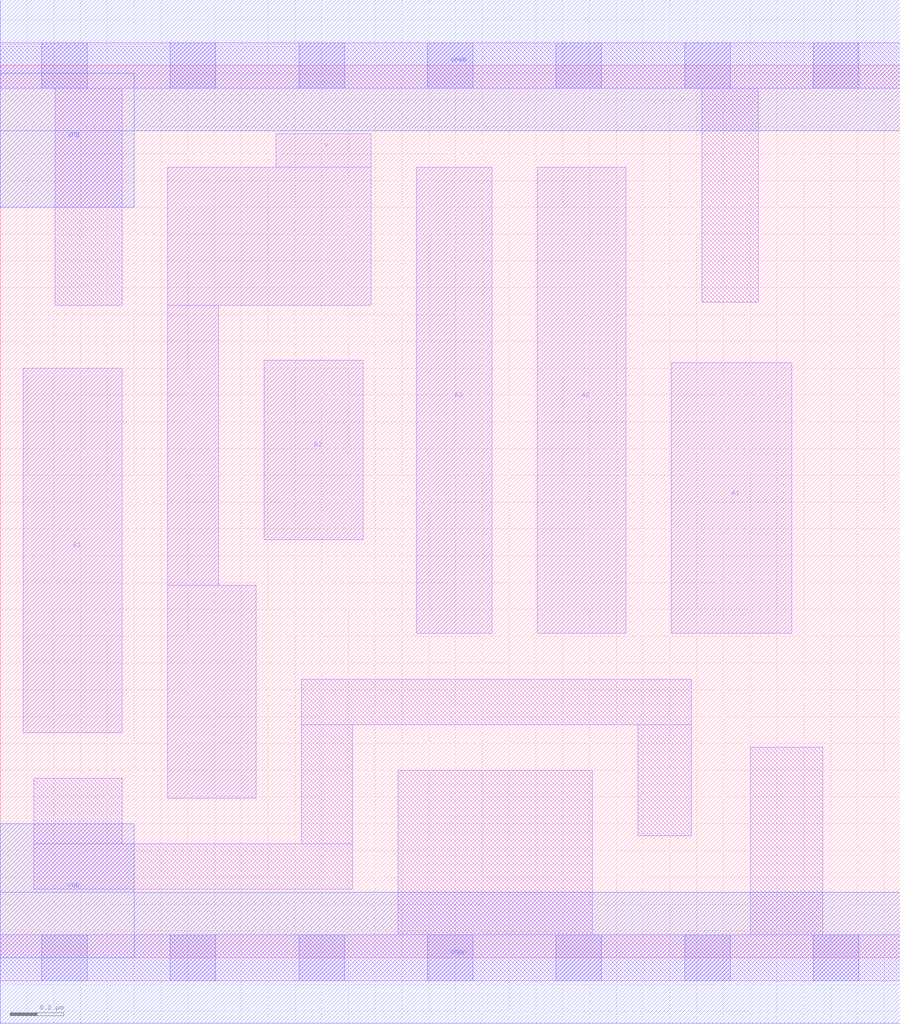
<source format=lef>
# Copyright 2020 The SkyWater PDK Authors
#
# Licensed under the Apache License, Version 2.0 (the "License");
# you may not use this file except in compliance with the License.
# You may obtain a copy of the License at
#
#     https://www.apache.org/licenses/LICENSE-2.0
#
# Unless required by applicable law or agreed to in writing, software
# distributed under the License is distributed on an "AS IS" BASIS,
# WITHOUT WARRANTIES OR CONDITIONS OF ANY KIND, either express or implied.
# See the License for the specific language governing permissions and
# limitations under the License.
#
# SPDX-License-Identifier: Apache-2.0

VERSION 5.5 ;
NAMESCASESENSITIVE ON ;
BUSBITCHARS "[]" ;
DIVIDERCHAR "/" ;
MACRO sky130_fd_sc_lp__o32ai_0
  CLASS CORE ;
  SOURCE USER ;
  ORIGIN  0.000000  0.000000 ;
  SIZE  3.360000 BY  3.330000 ;
  SYMMETRY X Y R90 ;
  SITE unit ;
  PIN A1
    ANTENNAGATEAREA  0.159000 ;
    DIRECTION INPUT ;
    USE SIGNAL ;
    PORT
      LAYER li1 ;
        RECT 2.505000 1.210000 2.955000 2.220000 ;
    END
  END A1
  PIN A2
    ANTENNAGATEAREA  0.159000 ;
    DIRECTION INPUT ;
    USE SIGNAL ;
    PORT
      LAYER li1 ;
        RECT 2.005000 1.210000 2.335000 2.950000 ;
    END
  END A2
  PIN A3
    ANTENNAGATEAREA  0.159000 ;
    DIRECTION INPUT ;
    USE SIGNAL ;
    PORT
      LAYER li1 ;
        RECT 1.555000 1.210000 1.835000 2.950000 ;
    END
  END A3
  PIN B1
    ANTENNAGATEAREA  0.159000 ;
    DIRECTION INPUT ;
    USE SIGNAL ;
    PORT
      LAYER li1 ;
        RECT 0.085000 0.840000 0.455000 2.200000 ;
    END
  END B1
  PIN B2
    ANTENNAGATEAREA  0.159000 ;
    DIRECTION INPUT ;
    USE SIGNAL ;
    PORT
      LAYER li1 ;
        RECT 0.985000 1.560000 1.355000 2.230000 ;
    END
  END B2
  PIN Y
    ANTENNADIFFAREA  0.415800 ;
    DIRECTION OUTPUT ;
    USE SIGNAL ;
    PORT
      LAYER li1 ;
        RECT 0.625000 0.595000 0.955000 1.390000 ;
        RECT 0.625000 1.390000 0.815000 2.435000 ;
        RECT 0.625000 2.435000 1.385000 2.950000 ;
        RECT 1.030000 2.950000 1.385000 3.075000 ;
    END
  END Y
  PIN VGND
    DIRECTION INOUT ;
    USE GROUND ;
    PORT
      LAYER met1 ;
        RECT 0.000000 -0.245000 3.360000 0.245000 ;
    END
  END VGND
  PIN VNB
    DIRECTION INOUT ;
    USE GROUND ;
    PORT
    END
  END VNB
  PIN VPB
    DIRECTION INOUT ;
    USE POWER ;
    PORT
    END
  END VPB
  PIN VNB
    DIRECTION INOUT ;
    USE GROUND ;
    PORT
      LAYER met1 ;
        RECT 0.000000 0.000000 0.500000 0.500000 ;
    END
  END VNB
  PIN VPB
    DIRECTION INOUT ;
    USE POWER ;
    PORT
      LAYER met1 ;
        RECT 0.000000 2.800000 0.500000 3.300000 ;
    END
  END VPB
  PIN VPWR
    DIRECTION INOUT ;
    USE POWER ;
    PORT
      LAYER met1 ;
        RECT 0.000000 3.085000 3.360000 3.575000 ;
    END
  END VPWR
  OBS
    LAYER li1 ;
      RECT 0.000000 -0.085000 3.360000 0.085000 ;
      RECT 0.000000  3.245000 3.360000 3.415000 ;
      RECT 0.125000  0.255000 1.315000 0.425000 ;
      RECT 0.125000  0.425000 0.455000 0.670000 ;
      RECT 0.205000  2.435000 0.455000 3.245000 ;
      RECT 1.125000  0.425000 1.315000 0.870000 ;
      RECT 1.125000  0.870000 2.580000 1.040000 ;
      RECT 1.485000  0.085000 2.210000 0.700000 ;
      RECT 2.380000  0.455000 2.580000 0.870000 ;
      RECT 2.620000  2.445000 2.830000 3.245000 ;
      RECT 2.800000  0.085000 3.070000 0.785000 ;
    LAYER mcon ;
      RECT 0.155000 -0.085000 0.325000 0.085000 ;
      RECT 0.155000  3.245000 0.325000 3.415000 ;
      RECT 0.635000 -0.085000 0.805000 0.085000 ;
      RECT 0.635000  3.245000 0.805000 3.415000 ;
      RECT 1.115000 -0.085000 1.285000 0.085000 ;
      RECT 1.115000  3.245000 1.285000 3.415000 ;
      RECT 1.595000 -0.085000 1.765000 0.085000 ;
      RECT 1.595000  3.245000 1.765000 3.415000 ;
      RECT 2.075000 -0.085000 2.245000 0.085000 ;
      RECT 2.075000  3.245000 2.245000 3.415000 ;
      RECT 2.555000 -0.085000 2.725000 0.085000 ;
      RECT 2.555000  3.245000 2.725000 3.415000 ;
      RECT 3.035000 -0.085000 3.205000 0.085000 ;
      RECT 3.035000  3.245000 3.205000 3.415000 ;
  END
END sky130_fd_sc_lp__o32ai_0
END LIBRARY

</source>
